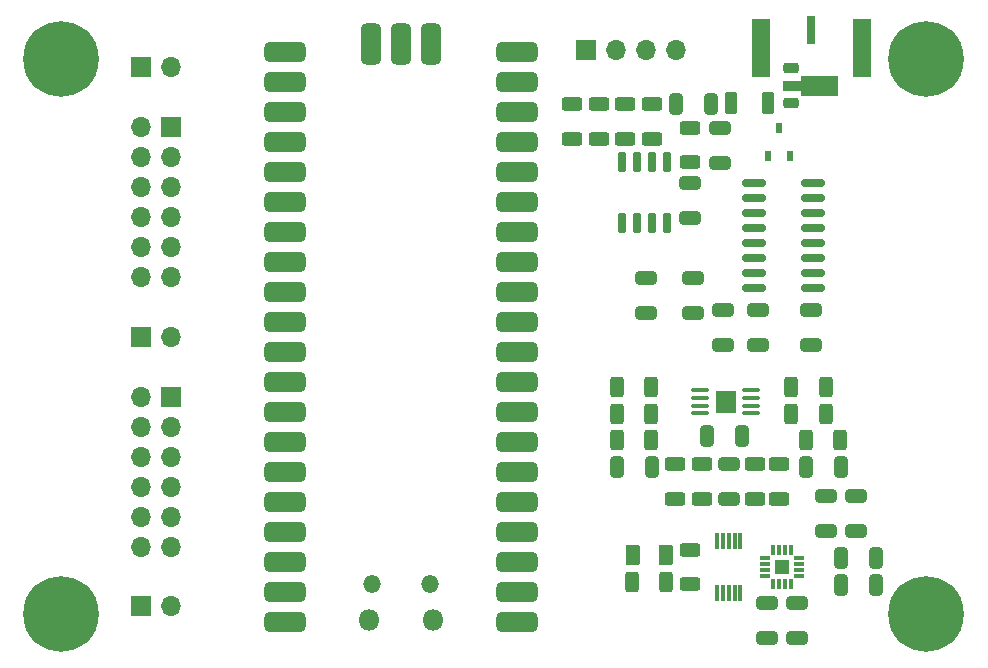
<source format=gbr>
%TF.GenerationSoftware,KiCad,Pcbnew,8.0.0*%
%TF.CreationDate,2024-02-29T15:38:19+07:00*%
%TF.ProjectId,PicoRX-ADC,5069636f-5258-42d4-9144-432e6b696361,rev?*%
%TF.SameCoordinates,PX79d4f70PY6146580*%
%TF.FileFunction,Soldermask,Top*%
%TF.FilePolarity,Negative*%
%FSLAX46Y46*%
G04 Gerber Fmt 4.6, Leading zero omitted, Abs format (unit mm)*
G04 Created by KiCad (PCBNEW 8.0.0) date 2024-02-29 15:38:19*
%MOMM*%
%LPD*%
G01*
G04 APERTURE LIST*
G04 Aperture macros list*
%AMRoundRect*
0 Rectangle with rounded corners*
0 $1 Rounding radius*
0 $2 $3 $4 $5 $6 $7 $8 $9 X,Y pos of 4 corners*
0 Add a 4 corners polygon primitive as box body*
4,1,4,$2,$3,$4,$5,$6,$7,$8,$9,$2,$3,0*
0 Add four circle primitives for the rounded corners*
1,1,$1+$1,$2,$3*
1,1,$1+$1,$4,$5*
1,1,$1+$1,$6,$7*
1,1,$1+$1,$8,$9*
0 Add four rect primitives between the rounded corners*
20,1,$1+$1,$2,$3,$4,$5,0*
20,1,$1+$1,$4,$5,$6,$7,0*
20,1,$1+$1,$6,$7,$8,$9,0*
20,1,$1+$1,$8,$9,$2,$3,0*%
%AMFreePoly0*
4,1,9,3.862500,-0.866500,0.737500,-0.866500,0.737500,-0.450000,-0.737500,-0.450000,-0.737500,0.450000,0.737500,0.450000,0.737500,0.866500,3.862500,0.866500,3.862500,-0.866500,3.862500,-0.866500,$1*%
G04 Aperture macros list end*
%ADD10RoundRect,0.250000X-0.625000X0.312500X-0.625000X-0.312500X0.625000X-0.312500X0.625000X0.312500X0*%
%ADD11RoundRect,0.250000X-0.312500X-0.625000X0.312500X-0.625000X0.312500X0.625000X-0.312500X0.625000X0*%
%ADD12RoundRect,0.250000X-0.325000X-0.650000X0.325000X-0.650000X0.325000X0.650000X-0.325000X0.650000X0*%
%ADD13C,0.800000*%
%ADD14C,6.400000*%
%ADD15O,1.800000X1.800000*%
%ADD16O,1.500000X1.500000*%
%ADD17RoundRect,0.425000X1.325000X0.425000X-1.325000X0.425000X-1.325000X-0.425000X1.325000X-0.425000X0*%
%ADD18RoundRect,0.425000X-0.425000X1.325000X-0.425000X-1.325000X0.425000X-1.325000X0.425000X1.325000X0*%
%ADD19RoundRect,0.250000X0.625000X-0.312500X0.625000X0.312500X-0.625000X0.312500X-0.625000X-0.312500X0*%
%ADD20RoundRect,0.250000X0.312500X0.625000X-0.312500X0.625000X-0.312500X-0.625000X0.312500X-0.625000X0*%
%ADD21R,0.300000X0.850000*%
%ADD22R,0.850000X0.300000*%
%ADD23R,1.250000X1.250000*%
%ADD24R,1.700000X1.700000*%
%ADD25O,1.700000X1.700000*%
%ADD26RoundRect,0.250000X0.650000X-0.325000X0.650000X0.325000X-0.650000X0.325000X-0.650000X-0.325000X0*%
%ADD27R,0.600000X0.850000*%
%ADD28RoundRect,0.250000X0.375000X0.625000X-0.375000X0.625000X-0.375000X-0.625000X0.375000X-0.625000X0*%
%ADD29RoundRect,0.250000X-0.650000X0.325000X-0.650000X-0.325000X0.650000X-0.325000X0.650000X0.325000X0*%
%ADD30RoundRect,0.150000X-0.150000X0.725000X-0.150000X-0.725000X0.150000X-0.725000X0.150000X0.725000X0*%
%ADD31RoundRect,0.150000X0.825000X0.150000X-0.825000X0.150000X-0.825000X-0.150000X0.825000X-0.150000X0*%
%ADD32RoundRect,0.225000X-0.425000X-0.225000X0.425000X-0.225000X0.425000X0.225000X-0.425000X0.225000X0*%
%ADD33FreePoly0,0.000000*%
%ADD34R,0.300000X1.400000*%
%ADD35RoundRect,0.250000X0.325000X0.650000X-0.325000X0.650000X-0.325000X-0.650000X0.325000X-0.650000X0*%
%ADD36RoundRect,0.100000X0.625000X0.100000X-0.625000X0.100000X-0.625000X-0.100000X0.625000X-0.100000X0*%
%ADD37R,1.680000X1.880000*%
%ADD38R,0.700000X2.350000*%
%ADD39R,1.600000X4.900000*%
%ADD40RoundRect,0.250000X0.275000X0.700000X-0.275000X0.700000X-0.275000X-0.700000X0.275000X-0.700000X0*%
G04 APERTURE END LIST*
D10*
%TO.C,R11*%
X56750000Y44712500D03*
X56750000Y41787500D03*
%TD*%
D11*
%TO.C,R18*%
X65287500Y20500000D03*
X68212500Y20500000D03*
%TD*%
D12*
%TO.C,C25*%
X58195000Y18630000D03*
X61145000Y18630000D03*
%TD*%
D10*
%TO.C,R26*%
X46750000Y46687500D03*
X46750000Y43762500D03*
%TD*%
D13*
%TO.C,REF\u002A\u002A*%
X1100000Y3500000D03*
X1802944Y5197056D03*
X1802944Y1802944D03*
X3500000Y5900000D03*
D14*
X3500000Y3500000D03*
D13*
X3500000Y1100000D03*
X5197056Y5197056D03*
X5197056Y1802944D03*
X5900000Y3500000D03*
%TD*%
D11*
%TO.C,R19*%
X65287500Y22750000D03*
X68212500Y22750000D03*
%TD*%
D15*
%TO.C,U1*%
X34975000Y3000000D03*
D16*
X34675000Y6030000D03*
X29825000Y6030000D03*
D15*
X29525000Y3000000D03*
D17*
X42040000Y2870000D03*
X42040000Y5410000D03*
X42040000Y7950000D03*
X42040000Y10490000D03*
X42040000Y13030000D03*
X42040000Y15570000D03*
X42040000Y18110000D03*
X42040000Y20650000D03*
X42040000Y23190000D03*
X42040000Y25730000D03*
X42040000Y28270000D03*
X42040000Y30810000D03*
X42040000Y33350000D03*
X42040000Y35890000D03*
X42040000Y38430000D03*
X42040000Y40970000D03*
X42040000Y43510000D03*
X42040000Y46050000D03*
X42040000Y48590000D03*
X42040000Y51130000D03*
X22460000Y51130000D03*
X22460000Y48590000D03*
X22460000Y46050000D03*
X22460000Y43510000D03*
X22460000Y40970000D03*
X22460000Y38430000D03*
X22460000Y35890000D03*
X22460000Y33350000D03*
X22460000Y30810000D03*
X22460000Y28270000D03*
X22460000Y25730000D03*
X22460000Y23190000D03*
X22460000Y20650000D03*
X22460000Y18110000D03*
X22460000Y15570000D03*
X22460000Y13030000D03*
X22460000Y10490000D03*
X22460000Y7950000D03*
X22460000Y5410000D03*
X22460000Y2870000D03*
D18*
X34790000Y51800000D03*
X32250000Y51800000D03*
X29710000Y51800000D03*
%TD*%
D19*
%TO.C,R12*%
X51250000Y43762500D03*
X51250000Y46687500D03*
%TD*%
D20*
%TO.C,R7*%
X53462500Y20500000D03*
X50537500Y20500000D03*
%TD*%
D21*
%TO.C,IC1*%
X65250000Y8950000D03*
X64750000Y8950000D03*
X64250000Y8950000D03*
X63750000Y8950000D03*
D22*
X63050000Y8250000D03*
X63050000Y7750000D03*
X63050000Y7250000D03*
X63050000Y6750000D03*
D21*
X63750000Y6050000D03*
X64250000Y6050000D03*
X64750000Y6050000D03*
X65250000Y6050000D03*
D22*
X65950000Y6750000D03*
X65950000Y7250000D03*
X65950000Y7750000D03*
X65950000Y8250000D03*
D23*
X64500000Y7500000D03*
%TD*%
D10*
%TO.C,R9*%
X55500000Y16212500D03*
X55500000Y13287500D03*
%TD*%
D24*
%TO.C,J4*%
X10210000Y49830000D03*
D25*
X12750000Y49830000D03*
%TD*%
D26*
%TO.C,C7*%
X65750000Y1525000D03*
X65750000Y4475000D03*
%TD*%
D20*
%TO.C,R8*%
X53462500Y22750000D03*
X50537500Y22750000D03*
%TD*%
D27*
%TO.C,D1*%
X63300000Y42300000D03*
X65200000Y42300000D03*
X64250000Y44700000D03*
%TD*%
D28*
%TO.C,D2*%
X54710000Y8500000D03*
X51910000Y8500000D03*
%TD*%
D29*
%TO.C,C4*%
X68250000Y13475000D03*
X68250000Y10525000D03*
%TD*%
D24*
%TO.C,J3*%
X12750000Y21920000D03*
D25*
X10210000Y21920000D03*
X12750000Y19380000D03*
X10210000Y19380000D03*
X12750000Y16840000D03*
X10210000Y16840000D03*
X12750000Y14300000D03*
X10210000Y14300000D03*
X12750000Y11760000D03*
X10210000Y11760000D03*
X12750000Y9220000D03*
X10210000Y9220000D03*
%TD*%
D13*
%TO.C,REF\u002A\u002A*%
X74350000Y50500000D03*
X75052944Y52197056D03*
X75052944Y48802944D03*
X76750000Y52900000D03*
D14*
X76750000Y50500000D03*
D13*
X76750000Y48100000D03*
X78447056Y52197056D03*
X78447056Y48802944D03*
X79150000Y50500000D03*
%TD*%
D26*
%TO.C,C20*%
X53000000Y29025000D03*
X53000000Y31975000D03*
%TD*%
D29*
%TO.C,C6*%
X60000000Y16225000D03*
X60000000Y13275000D03*
%TD*%
D26*
%TO.C,C1*%
X63250000Y1525000D03*
X63250000Y4475000D03*
%TD*%
D30*
%TO.C,U6*%
X54775000Y41800000D03*
X53505000Y41800000D03*
X52235000Y41800000D03*
X50965000Y41800000D03*
X50965000Y36650000D03*
X52235000Y36650000D03*
X53505000Y36650000D03*
X54775000Y36650000D03*
%TD*%
D11*
%TO.C,R6*%
X50537500Y18250000D03*
X53462500Y18250000D03*
%TD*%
D31*
%TO.C,U5*%
X67117500Y31130000D03*
X67117500Y32400000D03*
X67117500Y33670000D03*
X67117500Y34940000D03*
X67117500Y36210000D03*
X67117500Y37480000D03*
X67117500Y38750000D03*
X67117500Y40020000D03*
X62167500Y40020000D03*
X62167500Y38750000D03*
X62167500Y37480000D03*
X62167500Y36210000D03*
X62167500Y34940000D03*
X62167500Y33670000D03*
X62167500Y32400000D03*
X62167500Y31130000D03*
%TD*%
D24*
%TO.C,J1*%
X47960000Y51250000D03*
D25*
X50500000Y51250000D03*
X53040000Y51250000D03*
X55580000Y51250000D03*
%TD*%
D32*
%TO.C,U8*%
X65250000Y49750000D03*
D33*
X65337500Y48250000D03*
D32*
X65250000Y46750000D03*
%TD*%
D26*
%TO.C,C21*%
X57000000Y29025000D03*
X57000000Y31975000D03*
%TD*%
D29*
%TO.C,C3*%
X70750000Y13475000D03*
X70750000Y10525000D03*
%TD*%
D10*
%TO.C,R2*%
X56750000Y8962500D03*
X56750000Y6037500D03*
%TD*%
D29*
%TO.C,C5*%
X59250000Y44700000D03*
X59250000Y41750000D03*
%TD*%
D34*
%TO.C,IC2*%
X59000000Y5300000D03*
X59500000Y5300000D03*
X60000000Y5300000D03*
X60500000Y5300000D03*
X61000000Y5300000D03*
X61000000Y9700000D03*
X60500000Y9700000D03*
X60000000Y9700000D03*
X59500000Y9700000D03*
X59000000Y9700000D03*
%TD*%
D26*
%TO.C,C31*%
X67000000Y26275000D03*
X67000000Y29225000D03*
%TD*%
D12*
%TO.C,C19*%
X50525000Y16000000D03*
X53475000Y16000000D03*
%TD*%
D35*
%TO.C,C8*%
X72475000Y8250000D03*
X69525000Y8250000D03*
%TD*%
D13*
%TO.C,REF\u002A\u002A*%
X1100000Y50500000D03*
X1802944Y52197056D03*
X1802944Y48802944D03*
X3500000Y52900000D03*
D14*
X3500000Y50500000D03*
D13*
X3500000Y48100000D03*
X5197056Y52197056D03*
X5197056Y48802944D03*
X5900000Y50500000D03*
%TD*%
%TO.C,REF\u002A\u002A*%
X74350000Y3500000D03*
X75052944Y5197056D03*
X75052944Y1802944D03*
X76750000Y5900000D03*
D14*
X76750000Y3500000D03*
D13*
X76750000Y1100000D03*
X78447056Y5197056D03*
X78447056Y1802944D03*
X79150000Y3500000D03*
%TD*%
D19*
%TO.C,R27*%
X49000000Y43762500D03*
X49000000Y46687500D03*
%TD*%
D11*
%TO.C,R4*%
X51787500Y6250000D03*
X54712500Y6250000D03*
%TD*%
D29*
%TO.C,C42*%
X56750000Y39987500D03*
X56750000Y37037500D03*
%TD*%
%TO.C,C24*%
X59500000Y29225000D03*
X59500000Y26275000D03*
%TD*%
D10*
%TO.C,R10*%
X57750000Y16212500D03*
X57750000Y13287500D03*
%TD*%
D24*
%TO.C,J5*%
X12750000Y44780000D03*
D25*
X10210000Y44780000D03*
X12750000Y42240000D03*
X10210000Y42240000D03*
X12750000Y39700000D03*
X10210000Y39700000D03*
X12750000Y37160000D03*
X10210000Y37160000D03*
X12750000Y34620000D03*
X10210000Y34620000D03*
X12750000Y32080000D03*
X10210000Y32080000D03*
%TD*%
D10*
%TO.C,R13*%
X64250000Y16212500D03*
X64250000Y13287500D03*
%TD*%
D20*
%TO.C,R14*%
X69462500Y18250000D03*
X66537500Y18250000D03*
%TD*%
D36*
%TO.C,U4*%
X61900000Y20525000D03*
X61900000Y21175000D03*
X61900000Y21825000D03*
X61900000Y22475000D03*
X57600000Y22475000D03*
X57600000Y21825000D03*
X57600000Y21175000D03*
X57600000Y20525000D03*
D37*
X59750000Y21500000D03*
%TD*%
D38*
%TO.C,J7*%
X67000000Y53000000D03*
D39*
X71250000Y51425000D03*
X62750000Y51425000D03*
%TD*%
D10*
%TO.C,R15*%
X62250000Y16212500D03*
X62250000Y13287500D03*
%TD*%
D24*
%TO.C,J6*%
X10210000Y4170000D03*
D25*
X12750000Y4170000D03*
%TD*%
D40*
%TO.C,FB1*%
X63325000Y46750000D03*
X60175000Y46750000D03*
%TD*%
D35*
%TO.C,C23*%
X69475000Y16000000D03*
X66525000Y16000000D03*
%TD*%
D12*
%TO.C,C44*%
X55525000Y46725000D03*
X58475000Y46725000D03*
%TD*%
D24*
%TO.C,J2*%
X10210000Y27000000D03*
D25*
X12750000Y27000000D03*
%TD*%
D35*
%TO.C,C2*%
X72475000Y6000000D03*
X69525000Y6000000D03*
%TD*%
D10*
%TO.C,R1*%
X53500000Y46687500D03*
X53500000Y43762500D03*
%TD*%
D26*
%TO.C,C32*%
X62500000Y26275000D03*
X62500000Y29225000D03*
%TD*%
M02*

</source>
